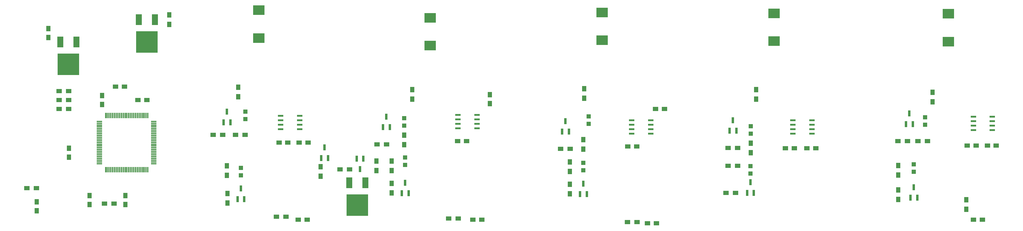
<source format=gtp>
G04 #@! TF.FileFunction,Paste,Top*
%FSLAX46Y46*%
G04 Gerber Fmt 4.6, Leading zero omitted, Abs format (unit mm)*
G04 Created by KiCad (PCBNEW (2015-08-28 BZR 6132)-product) date Tuesday, October 27, 2015 'PMt' 02:37:42 PM*
%MOMM*%
G01*
G04 APERTURE LIST*
%ADD10C,0.100000*%
%ADD11R,1.250000X1.500000*%
%ADD12R,1.500000X1.250000*%
%ADD13R,1.198880X1.198880*%
%ADD14R,1.500000X0.300000*%
%ADD15R,0.300000X1.500000*%
%ADD16R,1.651000X3.048000*%
%ADD17R,6.096000X6.096000*%
%ADD18R,0.800100X1.800860*%
%ADD19R,1.300000X1.500000*%
%ADD20R,1.500000X1.300000*%
%ADD21R,3.200000X2.700000*%
%ADD22R,1.550000X0.600000*%
G04 APERTURE END LIST*
D10*
D11*
X16002000Y-86380000D03*
X16002000Y-88880000D03*
X19304000Y-37104000D03*
X19304000Y-39604000D03*
X30988000Y-87102000D03*
X30988000Y-84602000D03*
X41148000Y-87102000D03*
X41148000Y-84602000D03*
D12*
X38374000Y-53594000D03*
X40874000Y-53594000D03*
D11*
X34544000Y-56154000D03*
X34544000Y-58654000D03*
X25146000Y-73640000D03*
X25146000Y-71140000D03*
D12*
X44724000Y-57404000D03*
X47224000Y-57404000D03*
X92944000Y-69469000D03*
X90444000Y-69469000D03*
X84729000Y-69469000D03*
X87229000Y-69469000D03*
D11*
X144526000Y-58400000D03*
X144526000Y-55900000D03*
D12*
X135402000Y-69088000D03*
X137902000Y-69088000D03*
X194036000Y-59944000D03*
X191536000Y-59944000D03*
X183662000Y-70612000D03*
X186162000Y-70612000D03*
X236962000Y-71120000D03*
X234462000Y-71120000D03*
X228366000Y-71120000D03*
X230866000Y-71120000D03*
X288143000Y-70358000D03*
X285643000Y-70358000D03*
X279928000Y-70358000D03*
X282428000Y-70358000D03*
D13*
X75184000Y-62771020D03*
X75184000Y-60672980D03*
X73914000Y-76674980D03*
X73914000Y-78773020D03*
X120269000Y-64676020D03*
X120269000Y-62577980D03*
X120523000Y-73753980D03*
X120523000Y-75852020D03*
X172593000Y-64168020D03*
X172593000Y-62069980D03*
X171069000Y-75277980D03*
X171069000Y-77376020D03*
X218567000Y-66962020D03*
X218567000Y-64863980D03*
X218440000Y-76166980D03*
X218440000Y-78265020D03*
X267970000Y-64422020D03*
X267970000Y-62323980D03*
X264795000Y-75658980D03*
X264795000Y-77757020D03*
D14*
X33829000Y-63469000D03*
X33829000Y-63969000D03*
X33829000Y-64469000D03*
X33829000Y-64969000D03*
X33829000Y-65469000D03*
X33829000Y-65969000D03*
X33829000Y-66469000D03*
X33829000Y-66969000D03*
X33829000Y-67469000D03*
X33829000Y-67969000D03*
X33829000Y-68469000D03*
X33829000Y-68969000D03*
X33829000Y-69469000D03*
X33829000Y-69969000D03*
X33829000Y-70469000D03*
X33829000Y-70969000D03*
X33829000Y-71469000D03*
X33829000Y-71969000D03*
X33829000Y-72469000D03*
X33829000Y-72969000D03*
X33829000Y-73469000D03*
X33829000Y-73969000D03*
X33829000Y-74469000D03*
X33829000Y-74969000D03*
X33829000Y-75469000D03*
D15*
X35529000Y-77169000D03*
X36029000Y-77169000D03*
X36529000Y-77169000D03*
X37029000Y-77169000D03*
X37529000Y-77169000D03*
X38029000Y-77169000D03*
X38529000Y-77169000D03*
X39029000Y-77169000D03*
X39529000Y-77169000D03*
X40029000Y-77169000D03*
X40529000Y-77169000D03*
X41029000Y-77169000D03*
X41529000Y-77169000D03*
X42029000Y-77169000D03*
X42529000Y-77169000D03*
X43029000Y-77169000D03*
X43529000Y-77169000D03*
X44029000Y-77169000D03*
X44529000Y-77169000D03*
X45029000Y-77169000D03*
X45529000Y-77169000D03*
X46029000Y-77169000D03*
X46529000Y-77169000D03*
X47029000Y-77169000D03*
X47529000Y-77169000D03*
D14*
X49229000Y-75469000D03*
X49229000Y-74969000D03*
X49229000Y-74469000D03*
X49229000Y-73969000D03*
X49229000Y-73469000D03*
X49229000Y-72969000D03*
X49229000Y-72469000D03*
X49229000Y-71969000D03*
X49229000Y-71469000D03*
X49229000Y-70969000D03*
X49229000Y-70469000D03*
X49229000Y-69969000D03*
X49229000Y-69469000D03*
X49229000Y-68969000D03*
X49229000Y-68469000D03*
X49229000Y-67969000D03*
X49229000Y-67469000D03*
X49229000Y-66969000D03*
X49229000Y-66469000D03*
X49229000Y-65969000D03*
X49229000Y-65469000D03*
X49229000Y-64969000D03*
X49229000Y-64469000D03*
X49229000Y-63969000D03*
X49229000Y-63469000D03*
D15*
X47529000Y-61769000D03*
X47029000Y-61769000D03*
X46529000Y-61769000D03*
X46029000Y-61769000D03*
X45529000Y-61769000D03*
X45029000Y-61769000D03*
X44529000Y-61769000D03*
X44029000Y-61769000D03*
X43529000Y-61769000D03*
X43029000Y-61769000D03*
X42529000Y-61769000D03*
X42029000Y-61769000D03*
X41529000Y-61769000D03*
X41029000Y-61769000D03*
X40529000Y-61769000D03*
X40029000Y-61769000D03*
X39529000Y-61769000D03*
X39029000Y-61769000D03*
X38529000Y-61769000D03*
X38029000Y-61769000D03*
X37529000Y-61769000D03*
X37029000Y-61769000D03*
X36529000Y-61769000D03*
X36029000Y-61769000D03*
X35529000Y-61769000D03*
D16*
X49530000Y-34544000D03*
D17*
X47244000Y-40894000D03*
D16*
X44958000Y-34544000D03*
D18*
X69027000Y-63731140D03*
X70927000Y-63731140D03*
X69977000Y-60728860D03*
X72964000Y-85575140D03*
X74864000Y-85575140D03*
X73914000Y-82572860D03*
X114239000Y-65128140D03*
X116139000Y-65128140D03*
X115189000Y-62125860D03*
X119573000Y-83924140D03*
X121473000Y-83924140D03*
X120523000Y-80921860D03*
X165039000Y-66398140D03*
X166939000Y-66398140D03*
X165989000Y-63395860D03*
X170119000Y-84178140D03*
X172019000Y-84178140D03*
X171069000Y-81175860D03*
X212537000Y-66144140D03*
X214437000Y-66144140D03*
X213487000Y-63141860D03*
X217490000Y-83797140D03*
X219390000Y-83797140D03*
X218440000Y-80794860D03*
X262575000Y-64239140D03*
X264475000Y-64239140D03*
X263525000Y-61236860D03*
X263845000Y-85194140D03*
X265745000Y-85194140D03*
X264795000Y-82191860D03*
D19*
X53594000Y-33194000D03*
X53594000Y-35894000D03*
D20*
X13255000Y-82423000D03*
X15955000Y-82423000D03*
X35226000Y-86868000D03*
X37926000Y-86868000D03*
X22399000Y-59944000D03*
X25099000Y-59944000D03*
X22399000Y-57404000D03*
X25099000Y-57404000D03*
X22399000Y-54864000D03*
X25099000Y-54864000D03*
X72437000Y-67310000D03*
X75137000Y-67310000D03*
X66087000Y-67310000D03*
X68787000Y-67310000D03*
D19*
X73152000Y-53768000D03*
X73152000Y-56468000D03*
X70104000Y-83994000D03*
X70104000Y-86694000D03*
D20*
X86694000Y-90551000D03*
X83994000Y-90551000D03*
D19*
X69977000Y-78820000D03*
X69977000Y-76120000D03*
X120269000Y-70057000D03*
X120269000Y-67357000D03*
D20*
X112569000Y-69977000D03*
X115269000Y-69977000D03*
D19*
X122555000Y-54403000D03*
X122555000Y-57103000D03*
X116713000Y-81073000D03*
X116713000Y-83773000D03*
D20*
X135589000Y-91059000D03*
X132889000Y-91059000D03*
D19*
X116713000Y-77423000D03*
X116713000Y-74723000D03*
D21*
X127635000Y-34023000D03*
X127635000Y-41923000D03*
D19*
X171069000Y-71327000D03*
X171069000Y-68627000D03*
D20*
X164639000Y-71247000D03*
X167339000Y-71247000D03*
D19*
X167259000Y-81327000D03*
X167259000Y-84027000D03*
X171323000Y-54149000D03*
X171323000Y-56849000D03*
D20*
X186262000Y-92075000D03*
X183562000Y-92075000D03*
D19*
X167259000Y-77677000D03*
X167259000Y-74977000D03*
D21*
X176403000Y-32499000D03*
X176403000Y-40399000D03*
D19*
X218567000Y-72343000D03*
X218567000Y-69643000D03*
D20*
X212137000Y-70993000D03*
X214837000Y-70993000D03*
X211502000Y-83820000D03*
X214202000Y-83820000D03*
X212137000Y-76073000D03*
X214837000Y-76073000D03*
D21*
X225171000Y-32753000D03*
X225171000Y-40653000D03*
D20*
X265985000Y-69088000D03*
X268685000Y-69088000D03*
X260270000Y-69088000D03*
X262970000Y-69088000D03*
D19*
X260350000Y-82978000D03*
X260350000Y-85678000D03*
X270129000Y-57865000D03*
X270129000Y-55165000D03*
X279654000Y-88472000D03*
X279654000Y-85772000D03*
X260350000Y-78693000D03*
X260350000Y-75993000D03*
D21*
X274574000Y-32880000D03*
X274574000Y-40780000D03*
D16*
X27305000Y-40894000D03*
D17*
X25019000Y-47244000D03*
D16*
X22733000Y-40894000D03*
D22*
X85184000Y-61849000D03*
X85184000Y-63119000D03*
X85184000Y-64389000D03*
X85184000Y-65659000D03*
X90584000Y-65659000D03*
X90584000Y-64389000D03*
X90584000Y-63119000D03*
X90584000Y-61849000D03*
X135476000Y-61595000D03*
X135476000Y-62865000D03*
X135476000Y-64135000D03*
X135476000Y-65405000D03*
X140876000Y-65405000D03*
X140876000Y-64135000D03*
X140876000Y-62865000D03*
X140876000Y-61595000D03*
X184752000Y-63119000D03*
X184752000Y-64389000D03*
X184752000Y-65659000D03*
X184752000Y-66929000D03*
X190152000Y-66929000D03*
X190152000Y-65659000D03*
X190152000Y-64389000D03*
X190152000Y-63119000D03*
X230472000Y-63119000D03*
X230472000Y-64389000D03*
X230472000Y-65659000D03*
X230472000Y-66929000D03*
X235872000Y-66929000D03*
X235872000Y-65659000D03*
X235872000Y-64389000D03*
X235872000Y-63119000D03*
X281653000Y-62103000D03*
X281653000Y-63373000D03*
X281653000Y-64643000D03*
X281653000Y-65913000D03*
X287053000Y-65913000D03*
X287053000Y-64643000D03*
X287053000Y-63373000D03*
X287053000Y-62103000D03*
D21*
X78994000Y-31864000D03*
X78994000Y-39764000D03*
D19*
X220091000Y-57103000D03*
X220091000Y-54403000D03*
X96520000Y-76374000D03*
X96520000Y-79074000D03*
D16*
X109220000Y-80899000D03*
D17*
X106934000Y-87249000D03*
D16*
X104648000Y-80899000D03*
D18*
X96713000Y-73891140D03*
X98613000Y-73891140D03*
X97663000Y-70888860D03*
X108646000Y-74063860D03*
X106746000Y-74063860D03*
X107696000Y-77066140D03*
D19*
X112395000Y-74723000D03*
X112395000Y-77423000D03*
D20*
X104728000Y-77089000D03*
X102028000Y-77089000D03*
D12*
X90190000Y-91440000D03*
X92690000Y-91440000D03*
X139720000Y-91440000D03*
X142220000Y-91440000D03*
X189250000Y-92456000D03*
X191750000Y-92456000D03*
X281706000Y-91440000D03*
X284206000Y-91440000D03*
M02*

</source>
